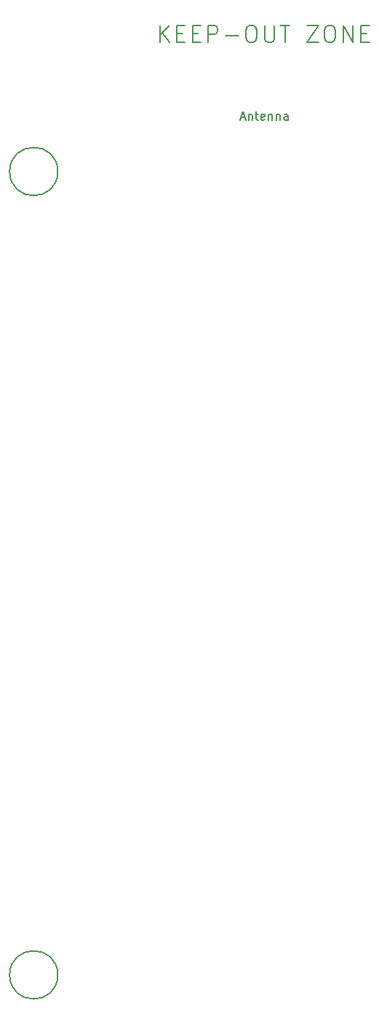
<source format=gbr>
%TF.GenerationSoftware,KiCad,Pcbnew,8.0.5*%
%TF.CreationDate,2025-01-01T22:16:47+09:00*%
%TF.ProjectId,Davinci-Keyboard,44617669-6e63-4692-9d4b-6579626f6172,rev?*%
%TF.SameCoordinates,Original*%
%TF.FileFunction,Other,Comment*%
%FSLAX46Y46*%
G04 Gerber Fmt 4.6, Leading zero omitted, Abs format (unit mm)*
G04 Created by KiCad (PCBNEW 8.0.5) date 2025-01-01 22:16:47*
%MOMM*%
%LPD*%
G01*
G04 APERTURE LIST*
%ADD10C,0.150000*%
G04 APERTURE END LIST*
D10*
X56157095Y-49826704D02*
X56633285Y-49826704D01*
X56061857Y-50112419D02*
X56395190Y-49112419D01*
X56395190Y-49112419D02*
X56728523Y-50112419D01*
X57061857Y-49445752D02*
X57061857Y-50112419D01*
X57061857Y-49540990D02*
X57109476Y-49493371D01*
X57109476Y-49493371D02*
X57204714Y-49445752D01*
X57204714Y-49445752D02*
X57347571Y-49445752D01*
X57347571Y-49445752D02*
X57442809Y-49493371D01*
X57442809Y-49493371D02*
X57490428Y-49588609D01*
X57490428Y-49588609D02*
X57490428Y-50112419D01*
X57823762Y-49445752D02*
X58204714Y-49445752D01*
X57966619Y-49112419D02*
X57966619Y-49969561D01*
X57966619Y-49969561D02*
X58014238Y-50064800D01*
X58014238Y-50064800D02*
X58109476Y-50112419D01*
X58109476Y-50112419D02*
X58204714Y-50112419D01*
X58919000Y-50064800D02*
X58823762Y-50112419D01*
X58823762Y-50112419D02*
X58633286Y-50112419D01*
X58633286Y-50112419D02*
X58538048Y-50064800D01*
X58538048Y-50064800D02*
X58490429Y-49969561D01*
X58490429Y-49969561D02*
X58490429Y-49588609D01*
X58490429Y-49588609D02*
X58538048Y-49493371D01*
X58538048Y-49493371D02*
X58633286Y-49445752D01*
X58633286Y-49445752D02*
X58823762Y-49445752D01*
X58823762Y-49445752D02*
X58919000Y-49493371D01*
X58919000Y-49493371D02*
X58966619Y-49588609D01*
X58966619Y-49588609D02*
X58966619Y-49683847D01*
X58966619Y-49683847D02*
X58490429Y-49779085D01*
X59395191Y-49445752D02*
X59395191Y-50112419D01*
X59395191Y-49540990D02*
X59442810Y-49493371D01*
X59442810Y-49493371D02*
X59538048Y-49445752D01*
X59538048Y-49445752D02*
X59680905Y-49445752D01*
X59680905Y-49445752D02*
X59776143Y-49493371D01*
X59776143Y-49493371D02*
X59823762Y-49588609D01*
X59823762Y-49588609D02*
X59823762Y-50112419D01*
X60299953Y-49445752D02*
X60299953Y-50112419D01*
X60299953Y-49540990D02*
X60347572Y-49493371D01*
X60347572Y-49493371D02*
X60442810Y-49445752D01*
X60442810Y-49445752D02*
X60585667Y-49445752D01*
X60585667Y-49445752D02*
X60680905Y-49493371D01*
X60680905Y-49493371D02*
X60728524Y-49588609D01*
X60728524Y-49588609D02*
X60728524Y-50112419D01*
X61633286Y-50112419D02*
X61633286Y-49588609D01*
X61633286Y-49588609D02*
X61585667Y-49493371D01*
X61585667Y-49493371D02*
X61490429Y-49445752D01*
X61490429Y-49445752D02*
X61299953Y-49445752D01*
X61299953Y-49445752D02*
X61204715Y-49493371D01*
X61633286Y-50064800D02*
X61538048Y-50112419D01*
X61538048Y-50112419D02*
X61299953Y-50112419D01*
X61299953Y-50112419D02*
X61204715Y-50064800D01*
X61204715Y-50064800D02*
X61157096Y-49969561D01*
X61157096Y-49969561D02*
X61157096Y-49874323D01*
X61157096Y-49874323D02*
X61204715Y-49779085D01*
X61204715Y-49779085D02*
X61299953Y-49731466D01*
X61299953Y-49731466D02*
X61538048Y-49731466D01*
X61538048Y-49731466D02*
X61633286Y-49683847D01*
X46726142Y-41095038D02*
X46726142Y-39095038D01*
X47868999Y-41095038D02*
X47011856Y-39952180D01*
X47868999Y-39095038D02*
X46726142Y-40237895D01*
X48726142Y-40047419D02*
X49392809Y-40047419D01*
X49678523Y-41095038D02*
X48726142Y-41095038D01*
X48726142Y-41095038D02*
X48726142Y-39095038D01*
X48726142Y-39095038D02*
X49678523Y-39095038D01*
X50535666Y-40047419D02*
X51202333Y-40047419D01*
X51488047Y-41095038D02*
X50535666Y-41095038D01*
X50535666Y-41095038D02*
X50535666Y-39095038D01*
X50535666Y-39095038D02*
X51488047Y-39095038D01*
X52345190Y-41095038D02*
X52345190Y-39095038D01*
X52345190Y-39095038D02*
X53107095Y-39095038D01*
X53107095Y-39095038D02*
X53297571Y-39190276D01*
X53297571Y-39190276D02*
X53392809Y-39285514D01*
X53392809Y-39285514D02*
X53488047Y-39475990D01*
X53488047Y-39475990D02*
X53488047Y-39761704D01*
X53488047Y-39761704D02*
X53392809Y-39952180D01*
X53392809Y-39952180D02*
X53297571Y-40047419D01*
X53297571Y-40047419D02*
X53107095Y-40142657D01*
X53107095Y-40142657D02*
X52345190Y-40142657D01*
X54345190Y-40333133D02*
X55869000Y-40333133D01*
X57202332Y-39095038D02*
X57583285Y-39095038D01*
X57583285Y-39095038D02*
X57773761Y-39190276D01*
X57773761Y-39190276D02*
X57964237Y-39380752D01*
X57964237Y-39380752D02*
X58059475Y-39761704D01*
X58059475Y-39761704D02*
X58059475Y-40428371D01*
X58059475Y-40428371D02*
X57964237Y-40809323D01*
X57964237Y-40809323D02*
X57773761Y-40999800D01*
X57773761Y-40999800D02*
X57583285Y-41095038D01*
X57583285Y-41095038D02*
X57202332Y-41095038D01*
X57202332Y-41095038D02*
X57011856Y-40999800D01*
X57011856Y-40999800D02*
X56821380Y-40809323D01*
X56821380Y-40809323D02*
X56726142Y-40428371D01*
X56726142Y-40428371D02*
X56726142Y-39761704D01*
X56726142Y-39761704D02*
X56821380Y-39380752D01*
X56821380Y-39380752D02*
X57011856Y-39190276D01*
X57011856Y-39190276D02*
X57202332Y-39095038D01*
X58916618Y-39095038D02*
X58916618Y-40714085D01*
X58916618Y-40714085D02*
X59011856Y-40904561D01*
X59011856Y-40904561D02*
X59107094Y-40999800D01*
X59107094Y-40999800D02*
X59297570Y-41095038D01*
X59297570Y-41095038D02*
X59678523Y-41095038D01*
X59678523Y-41095038D02*
X59868999Y-40999800D01*
X59868999Y-40999800D02*
X59964237Y-40904561D01*
X59964237Y-40904561D02*
X60059475Y-40714085D01*
X60059475Y-40714085D02*
X60059475Y-39095038D01*
X60726142Y-39095038D02*
X61868999Y-39095038D01*
X61297570Y-41095038D02*
X61297570Y-39095038D01*
X63869000Y-39095038D02*
X65202333Y-39095038D01*
X65202333Y-39095038D02*
X63869000Y-41095038D01*
X63869000Y-41095038D02*
X65202333Y-41095038D01*
X66345190Y-39095038D02*
X66726143Y-39095038D01*
X66726143Y-39095038D02*
X66916619Y-39190276D01*
X66916619Y-39190276D02*
X67107095Y-39380752D01*
X67107095Y-39380752D02*
X67202333Y-39761704D01*
X67202333Y-39761704D02*
X67202333Y-40428371D01*
X67202333Y-40428371D02*
X67107095Y-40809323D01*
X67107095Y-40809323D02*
X66916619Y-40999800D01*
X66916619Y-40999800D02*
X66726143Y-41095038D01*
X66726143Y-41095038D02*
X66345190Y-41095038D01*
X66345190Y-41095038D02*
X66154714Y-40999800D01*
X66154714Y-40999800D02*
X65964238Y-40809323D01*
X65964238Y-40809323D02*
X65869000Y-40428371D01*
X65869000Y-40428371D02*
X65869000Y-39761704D01*
X65869000Y-39761704D02*
X65964238Y-39380752D01*
X65964238Y-39380752D02*
X66154714Y-39190276D01*
X66154714Y-39190276D02*
X66345190Y-39095038D01*
X68059476Y-41095038D02*
X68059476Y-39095038D01*
X68059476Y-39095038D02*
X69202333Y-41095038D01*
X69202333Y-41095038D02*
X69202333Y-39095038D01*
X70154714Y-40047419D02*
X70821381Y-40047419D01*
X71107095Y-41095038D02*
X70154714Y-41095038D01*
X70154714Y-41095038D02*
X70154714Y-39095038D01*
X70154714Y-39095038D02*
X71107095Y-39095038D01*
%TO.C,REF\u002A\u002A*%
X34859000Y-56098200D02*
G75*
G02*
X29259000Y-56098200I-2800000J0D01*
G01*
X29259000Y-56098200D02*
G75*
G02*
X34859000Y-56098200I2800000J0D01*
G01*
X34859000Y-149494000D02*
G75*
G02*
X29259000Y-149494000I-2800000J0D01*
G01*
X29259000Y-149494000D02*
G75*
G02*
X34859000Y-149494000I2800000J0D01*
G01*
%TD*%
M02*

</source>
